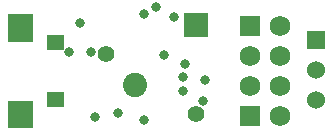
<source format=gbs>
G04*
G04 #@! TF.GenerationSoftware,Altium Limited,Altium Designer,20.2.4 (192)*
G04*
G04 Layer_Color=16711935*
%FSLAX25Y25*%
%MOIN*%
G70*
G04*
G04 #@! TF.SameCoordinates,5D221C76-13CA-4EE4-81E9-8EB1FD8A002E*
G04*
G04*
G04 #@! TF.FilePolarity,Negative*
G04*
G01*
G75*
%ADD30R,0.06800X0.06800*%
%ADD31C,0.06800*%
%ADD32C,0.05603*%
%ADD33C,0.08083*%
%ADD34R,0.08083X0.08083*%
%ADD35R,0.06000X0.06000*%
%ADD36C,0.06000*%
%ADD37C,0.04934*%
%ADD38O,0.08280X0.04540*%
%ADD39C,0.03200*%
G36*
X604134Y150149D02*
Y141102D01*
X595854D01*
Y150149D01*
X604134D01*
D02*
G37*
G36*
X614665Y152907D02*
Y147992D01*
X608955D01*
Y152907D01*
X614665D01*
D02*
G37*
G36*
X604134Y178901D02*
Y169843D01*
X595864D01*
Y178901D01*
X604134D01*
D02*
G37*
G36*
X614665Y172013D02*
Y167087D01*
X608956D01*
Y172013D01*
X614665D01*
D02*
G37*
D30*
X676500Y175000D02*
D03*
Y145000D02*
D03*
D31*
Y165000D02*
D03*
Y155000D02*
D03*
X686500Y175000D02*
D03*
Y165000D02*
D03*
Y155000D02*
D03*
Y145000D02*
D03*
D32*
X658458Y145685D02*
D03*
X628457Y165685D02*
D03*
D33*
X638142Y155370D02*
D03*
D34*
X658458Y175370D02*
D03*
D35*
X698700Y170528D02*
D03*
D36*
Y160528D02*
D03*
Y150528D02*
D03*
D37*
X611811Y169547D02*
D03*
Y150453D02*
D03*
D38*
X600000Y173829D02*
D03*
Y146171D02*
D03*
D39*
X661664Y157037D02*
D03*
X654823Y162500D02*
D03*
X654159Y158100D02*
D03*
Y153260D02*
D03*
X616260Y166276D02*
D03*
X625000Y144692D02*
D03*
X660928Y150220D02*
D03*
X641122Y143600D02*
D03*
X647854Y165250D02*
D03*
X623622Y166240D02*
D03*
X645177Y181299D02*
D03*
X651347Y177963D02*
D03*
X641050Y178900D02*
D03*
X632700Y146200D02*
D03*
X620000Y176000D02*
D03*
M02*

</source>
